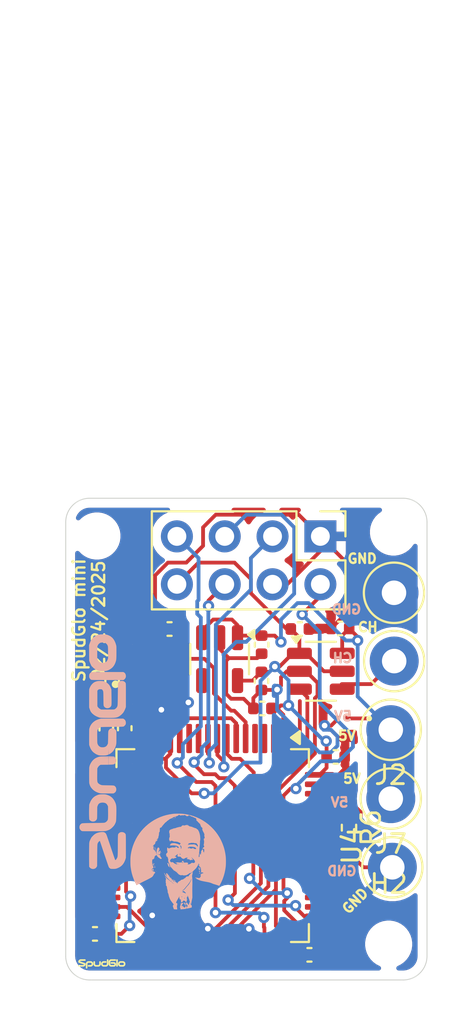
<source format=kicad_pcb>
(kicad_pcb (version 20240108) (generator "pcbnew") (generator_version "8.0")
  (layers (0 "F.Cu" signal) (31 "B.Cu" signal) (34 "B.Paste" user) (35 "F.Paste" user) (36 "B.SilkS" user "B.Silkscreen") (37 "F.SilkS" user "F.Silkscreen") (38 "B.Mask" user) (39 "F.Mask" user) (44 "Edge.Cuts" user))
  (net 0 "")
  (net 1 "GND")
  (net 2 "/OSC48_LO")
  (net 3 "/OSC48_HI")
  (net 5 "+3V3")
  (net 6 "NRST")
  (net 7 "/BOOT0")
  (net 8 "/SWCLK")
  (net 9 "/SWDIO")
  (net 11 "XR_TX")
  (net 13 "+5V")
  (net 15 "TIM1_CH1_SHIFT")
  (net 16 "TIM1_CH1")
  (net 54 "XR_RX")
  (footprint "Capacitor_SMD:C_0402_1005Metric" (layer "F.Cu") (at 204.7 63.99)
    (property "Reference" "C15" (hide yes))
    (property "Value" "0.1u")
  )
  (footprint "Capacitor_SMD:C_0402_1005Metric" (layer "F.Cu") (at 195.88 57.21 180)
    (property "Reference" "C23" (hide yes))
    (property "Value" "6p")
  )
  (footprint "Connector_Pin:Pin_D1.3mm_L11.0mm" (layer "F.Cu") (at 207.63 62.55)
    (property "Reference" "J2")
    (property "Value" "Conn_01x01_Male" (hide yes))
  )
  (footprint "Capacitor_SMD:C_0402_1005Metric" (layer "F.Cu") (at 191.92 73.37 180)
    (property "Reference" "C14" (hide yes))
    (property "Value" "0.1u")
  )
  (footprint "Capacitor_SMD:C_0402_1005Metric" (layer "F.Cu") (at 203.31 74.48 180)
    (property "Reference" "C11" (hide yes))
    (property "Value" "0.1u")
  )
  (footprint "Capacitor_SMD:C_0402_1005Metric" (layer "F.Cu") (at 193.5 62.47 90)
    (property "Reference" "C16" (hide yes))
    (property "Value" "0.1u")
  )
  (footprint "Capacitor_SMD:C_0402_1005Metric" (layer "F.Cu") (at 192.52 62.48 90)
    (property "Reference" "C17" (hide yes))
    (property "Value" "4.7u")
  )
  (footprint "Connector_Pin:Pin_D1.3mm_L11.0mm" (layer "F.Cu") (at 207.71 69.84)
    (property "Reference" "J1" (hide yes))
    (property "Value" "Conn_01x01_Male" (hide yes))
  )
  (footprint "Capacitor_SMD:C_0402_1005Metric" (layer "F.Cu") (at 200.81 61.42 180)
    (property "Reference" "C12" (hide yes))
    (property "Value" "0.1u")
  )
  (footprint "Package_QFP:LQFP-64_10x10mm_P0.5mm" (layer "F.Cu") (at 198.17 68.69 -90)
    (property "Reference" "U4")
    (property "Value" "STM32L431RCTx")
  )
  (footprint "Connector_Pin:Pin_D1.3mm_L11.0mm" (layer "F.Cu") (at 207.81 58.91)
    (property "Reference" "J4" (hide yes))
    (property "Value" "Conn_01x01_Male" (hide yes))
  )
  (footprint "Capacitor_SMD:C_0402_1005Metric" (layer "F.Cu") (at 191.95 64.02 180)
    (property "Reference" "C13" (hide yes))
    (property "Value" "0.1u")
  )
  (footprint "Capacitor_SMD:C_0402_1005Metric" (layer "F.Cu") (at 200.76 59.96 -90)
    (property "Reference" "C10" (hide yes))
    (property "Value" "1u")
  )
  (footprint "Connector_Pin:Pin_D1.3mm_L11.0mm" (layer "F.Cu") (at 207.63 66.2)
    (property "Reference" "J7")
    (property "Value" "Conn_01x01_Male" (hide yes))
  )
  (footprint "MountingHole:MountingHole_2mm" (layer "F.Cu") (at 207.772 52.07)
    (property "Reference" "H1" (hide yes))
    (property "Value" "MountingHole" (hide yes))
  )
  (footprint "Capacitor_SMD:C_0402_1005Metric" (layer "F.Cu") (at 202.8 57.21)
    (property "Reference" "C24" (hide yes))
    (property "Value" "0.1u")
  )
  (footprint "Connector_Pin:Pin_D1.3mm_L11.0mm" (layer "F.Cu") (at 207.8 55.29)
    (property "Reference" "J5" (hide yes))
    (property "Value" "Conn_01x01_Male" (hide yes))
  )
  (footprint "srw_custom:PESD5V0C1BSFYL_NEX" (layer "F.Cu") (at 205.0468 61.95 180)
    (property "Reference" "CR2" (hide yes))
    (property "Value" "PESD5V0C1BSFYL" (hide yes))
  )
  (footprint "MountingHole:MountingHole_2mm" (layer "F.Cu") (at 192.024 52.28)
    (property "Reference" "H3" (hide yes))
    (property "Value" "MountingHole")
  )
  (footprint "Capacitor_SMD:C_0402_1005Metric" (layer "F.Cu") (at 200.77 58.04 -90)
    (property "Reference" "C9" (hide yes))
    (property "Value" "1u")
  )
  (footprint "Connector_PinHeader_2.54mm:PinHeader_2x04_P2.54mm_Vertical" (layer "F.Cu") (at 203.89 52.3 -90)
    (property "Reference" "J3" (hide yes))
    (property "Value" "Conn_01x08_Male" (hide yes))
  )
  (footprint "srw_custom:XTAL_ECS-480-8-36-RWN-TR" (layer "F.Cu") (at 195.06 59.44)
    (property "Reference" "U5" (hide yes))
    (property "Value" "ECS-480-8-36-RWN-TR")
  )
  (footprint "Resistor_SMD:R_0402_1005Metric" (layer "F.Cu") (at 205.41 67.74 -90)
    (property "Reference" "R6")
    (property "Value" "10k")
  )
  (footprint "Package_TO_SOT_SMD:SOT-23-5" (layer "F.Cu") (at 198.540001 58.8075 -90)
    (property "Reference" "U3" (hide yes))
    (property "Value" "LP5907MFX-3.3")
  )
  (footprint "Capacitor_SMD:C_0402_1005Metric" (layer "F.Cu") (at 204.94 57.18 180)
    (property "Reference" "C25" (hide yes))
    (property "Value" "0.1u")
  )
  (footprint "Capacitor_SMD:C_0402_1005Metric" (layer "F.Cu") (at 192.83 59.92 90)
    (property "Reference" "C20" (hide yes))
    (property "Value" "6p")
  )
  (footprint "Package_TO_SOT_SMD:SOT-23-6" (layer "F.Cu") (at 203.9125 59.45)
    (property "Reference" "U7" (hide yes))
    (property "Value" "SN74LVC1T45DBV")
  )
  (footprint "LOGO" (layer "F.Cu") (at 192.278 74.93)
    (property "Reference" "G***" (hide yes))
    (property "Value" "LOGO" (hide yes))
  )
  (footprint "MountingHole:MountingHole_2mm" (layer "F.Cu") (at 207.518 73.914)
    (property "Reference" "H2")
    (property "Value" "MountingHole" (hide yes))
  )
  (footprint "LOGO" (layer "B.Cu") (at 192.49 63.78 90)
    (property "Reference" "G***" (hide yes))
    (property "Value" "LOGO" (hide yes))
  )
  (footprint "LOGO" (layer "B.Cu") (at 196.34 69.53 180)
    (property "Reference" "G***" (hide yes))
    (property "Value" "LOGO" (hide yes))
  )
  (gr_line (start 208.279242 50.278515) (end 191.629242 50.278515) (stroke (width 0.05)) (layer "Edge.Cuts"))
  (gr_arc (start 208.28359 50.278541) (mid 209.179379 50.64825) (end 209.553616 51.542157) (stroke (width 0.05)) (layer "Edge.Cuts"))
  (gr_arc (start 190.365626 51.548541) (mid 190.735335 50.652752) (end 191.629242 50.278515) (stroke (width 0.05)) (layer "Edge.Cuts"))
  (gr_arc (start 209.553616 74.542157) (mid 209.184833 75.438858) (end 208.29 75.812157) (stroke (width 0.05)) (layer "Edge.Cuts"))
  (gr_line (start 191.635626 75.812157) (end 208.29 75.812157) (stroke (width 0.05)) (layer "Edge.Cuts"))
  (gr_line (start 190.365626 74.548541) (end 190.365626 51.548541) (stroke (width 0.05)) (layer "Edge.Cuts"))
  (gr_arc (start 191.635626 75.812157) (mid 190.738923 75.443375) (end 190.365626 74.548541) (stroke (width 0.05)) (layer "Edge.Cuts"))
  (gr_line (start 209.553616 74.542157) (end 209.553616 51.542157) (stroke (width 0.05)) (layer "Edge.Cuts"))
  (gr_text "GND" (at 205.28 56.17 0) (layer "B.SilkS") (effects (font (size 0.5 0.5) (thickness 0.125)) (justify mirror)))
  (gr_text "5V" (at 205.09 61.83 0) (layer "B.SilkS") (effects (font (size 0.5 0.5) (thickness 0.125)) (justify mirror)))
  (gr_text "CH" (at 205.07 58.75 0) (layer "B.SilkS") (effects (font (size 0.5 0.5) (thickness 0.125)) (justify mirror)))
  (gr_text "GND" (at 205.03 70.04 0) (layer "B.SilkS") (effects (font (size 0.5 0.5) (thickness 0.125)) (justify mirror)))
  (gr_text "5V" (at 204.91 66.4 0) (layer "B.SilkS") (effects (font (size 0.5 0.5) (thickness 0.125)) (justify mirror)))
  (gr_text "5V" (at 205.3 62.86 0) (layer "F.SilkS") (effects (font (size 0.5 0.5) (thickness 0.125))))
  (gr_text "CH" (at 206.41 57.11 0) (layer "F.SilkS") (effects (font (size 0.5 0.5) (thickness 0.125))))
  (gr_text "GND" (at 206.11 53.48 0) (layer "F.SilkS") (effects (font (size 0.5 0.5) (thickness 0.125))))
  (gr_text "5V" (at 205.57 65.14 0) (layer "F.SilkS") (effects (font (size 0.5 0.5) (thickness 0.125))))
  (gr_text "GND" (at 205.74 71.628 45) (layer "F.SilkS") (effects (font (size 0.5 0.5) (thickness 0.125))))
  (gr_text "SpudGlo mini\n02/24/2025" (at 191.59 56.75 90) (layer "F.SilkS") (effects (font (size 0.65 0.65) (thickness 0.125))))
  (segment (start 205.41 69.07) (end 206.18 69.84) (width 0.2) (layer "F.Cu") (net 1))
  (segment (start 206.03 66.911076) (end 205.778924 66.66) (width 0.2) (layer "F.Cu") (net 1))
  (segment (start 200.095937 73.098829) (end 199.444447 73.098829) (width 0.2) (layer "F.Cu") (net 1))
  (segment (start 192.22 60.05) (end 192.83 59.44) (width 0.2) (layer "F.Cu") (net 1))
  (segment (start 198.321903 73.090001) (end 199.860952 71.550952) (width 0.2) (layer "F.Cu") (net 1))
  (segment (start 197.912538 73.090001) (end 195.59 73.090001) (width 0.2) (layer "F.Cu") (net 1))
  (segment (start 196.12241 61.91) (end 193.58 61.91) (width 0.2) (layer "F.Cu") (net 1))
  (segment (start 191.42 73.35) (end 191.42 72.207589) (width 0.2) (layer "F.Cu") (net 1))
  (segment (start 197.912538 73.090001) (end 198.321903 73.090001) (width 0.2) (layer "F.Cu") (net 1))
  (segment (start 206.03 67.63) (end 206.03 66.911076) (width 0.2) (layer "F.Cu") (net 1))
  (segment (start 201.57 60.44) (end 201.59 60.42) (width 0.2) (layer "F.Cu") (net 1))
  (segment (start 204.115581 62.327737) (end 204.337844 62.55) (width 0.2) (layer "F.Cu") (net 1))
  (segment (start 191.921525 62) (end 192.52 62) (width 0.2) (layer "F.Cu") (net 1))
  (segment (start 195.4 57.6) (end 195.4 57.21) (width 0.2) (layer "F.Cu") (net 1))
  (segment (start 195.59 73.090001) (end 195.59 73.02) (width 0.2) (layer "F.Cu") (net 1))
  (segment (start 204.465863 62.327737) (end 204.8436 61.95) (width 0.2) (layer "F.Cu") (net 1))
  (segment (start 196.42 62.20759) (end 196.176205 61.963795) (width 0.2) (layer "F.Cu") (net 1))
  (segment (start 204.92 66.04) (end 204.92 65.70759) (width 0.2) (layer "F.Cu") (net 1))
  (segment (start 199.860952 71.550952) (end 200.660952 70.750952) (width 0.2) (layer "F.Cu") (net 1))
  (segment (start 196.42 63.015) (end 196.42 62.20759) (width 0.2) (layer "F.Cu") (net 1))
  (segment (start 194.21 58.79) (end 195.4 57.6) (width 0.2) (layer "F.Cu") (net 1))
  (segment (start 193.62 71.94) (end 192.495 71.94) (width 0.2) (layer "F.Cu") (net 1))
  (segment (start 202.775 59.45) (end 202.112501 59.45) (width 0.2) (layer "F.Cu") (net 1))
  (segment (start 206.35 55.29) (end 207.8 55.29) (width 0.2) (layer "F.Cu") (net 1))
  (segment (start 200.73 65.55) (end 200.73 65.548628) (width 0.2) (layer "F.Cu") (net 1))
  (segment (start 204.92 65.172411) (end 204.92 64.87) (width 0.2) (layer "F.Cu") (net 1))
  (segment (start 202.062409 73.2) (end 201.777589 73.2) (width 0.2) (layer "F.Cu") (net 1))
  (segment (start 199.026218 58.753733) (end 198.540001 58.267516) (width 0.2) (layer "F.Cu") (net 1))
  (segment (start 196.176205 61.963795) (end 196.12241 61.91) (width 0.2) (layer "F.Cu") (net 1))
  (segment (start 195.445001 61.49) (end 195.70241 61.49) (width 0.2) (layer "F.Cu") (net 1))
  (segment (start 198.89 60.648052) (end 198.89 58.889951) (width 0.2) (layer "F.Cu") (net 1))
  (segment (start 191.28 64.21) (end 191.47 64.02) (width 0.2) (layer "F.Cu") (net 1))
  (segment (start 191.230717 63.372101) (end 191.230717 62.690808) (width 0.2) (layer "F.Cu") (net 1))
  (segment (start 203.89 53.08) (end 202.13 54.84) (width 0.2) (layer "F.Cu") (net 1))
  (segment (start 201.8 60.21) (end 201.59 60.42) (width 0.2) (layer "F.Cu") (net 1))
  (segment (start 195.793654 53.69) (end 195.11 54.373654) (width 0.2) (layer "F.Cu") (net 1))
  (segment (start 203.599315 60.878737) (end 203.7375 60.740552) (width 0.2) (layer "F.Cu") (net 1))
  (segment (start 205.54 66.66) (end 204.92 66.04) (width 0.2) (layer "F.Cu") (net 1))
  (segment (start 203.7375 60.059448) (end 203.128052 59.45) (width 0.2) (layer "F.Cu") (net 1))
  (segment (start 202.51 63.758629) (end 202.799315 63.469314) (width 0.2) (layer "F.Cu") (net 1))
  (segment (start 200.76 60.44) (end 201.57 60.44) (width 0.2) (layer "F.Cu") (net 1))
  (segment (start 192.52 62) (end 192.22 61.7) (width 0.2) (layer "F.Cu") (net 1))
  (segment (start 203.599315 63.810685) (end 203.599315 60.878737) (width 0.2) (layer "F.Cu") (net 1))
  (segment (start 202.799315 63.469314) (end 202.799315 63.1) (width 0.2) (layer "F.Cu") (net 1))
  (segment (start 198.333655 51.15) (end 197.660001 51.823654) (width 0.2) (layer "F.Cu") (net 1))
  (segment (start 191.47 63.611384) (end 191.230717 63.372101) (width 0.2) (layer "F.Cu") (net 1))
  (segment (start 199.8175 60.9075) (end 199.149448 60.9075) (width 0.2) (layer "F.Cu") (net 1))
  (segment (start 201.8 60.19) (end 201.8 60.21) (width 0.2) (layer "F.Cu") (net 1))
  (segment (start 205.778924 66.66) (end 205.54 66.66) (width 0.2) (layer "F.Cu") (net 1))
  (segment (start 195.11 56.92) (end 195.4 57.21) (width 0.2) (layer "F.Cu") (net 1))
  (segment (start 192.495 65.44) (end 191.687589 65.44) (width 0.2) (layer "F.Cu") (net 1))
  (segment (start 195.59 73.02) (end 194.96 72.39) (width 0.2) (layer "F.Cu") (net 1))
  (segment (start 200.536267 58.753733) (end 200.77 58.52) (width 0.2) (layer "F.Cu") (net 1))
  (segment (start 205.18 64.61) (end 205.18 63.99) (width 0.2) (layer "F.Cu") (net 1))
  (segment (start 203.89 52.3) (end 203.89 53.08) (width 0.2) (layer "F.Cu") (net 1))
  (segment (start 202.13 54.84) (end 201.35 54.84) (width 0.2) (layer "F.Cu") (net 1))
  (segment (start 193.48 58.79) (end 192.83 59.44) (width 0.2) (layer "F.Cu") (net 1))
  (segment (start 200.33 61.42) (end 200.33 60.87) (width 0.2) (layer "F.Cu") (net 1))
  (segment (start 191.230717 62.690808) (end 191.921525 62) (width 0.2) (layer "F.Cu") (net 1))
  (segment (start 198.89 58.889951) (end 199.026218 58.753733) (width 0.2) (layer "F.Cu") (net 1))
  (segment (start 200.73 70.681904) (end 200.73 65.55) (width 0.2) (layer "F.Cu") (net 1))
  (segment (start 196.77 53.69) (end 195.793654 53.69) (width 0.2) (layer "F.Cu") (net 1))
  (segment (start 204.337844 62.55) (end 204.447844 62.55) (width 0.2) (layer "F.Cu") (net 1))
  (segment (start 191.687589 65.44) (end 191.28 65.032411) (width 0.2) (layer "F.Cu") (net 1))
  (segment (start 200.964315 65.314314) (end 202.51 63.768629) (width 0.2) (layer "F.Cu") (net 1))
  (segment (start 201.42 73.557589) (end 201.42 74.365) (width 0.2) (layer "F.Cu") (net 1))
  (segment (start 191.28 65.032411) (end 191.28 64.21) (width 0.2) (layer "F.Cu") (net 1))
  (segment (start 201.527494 71.015782) (end 201.53 71.013276) (width 0.2) (layer "F.Cu") (net 1))
  (segment (start 201.8 59.762501) (end 201.8 60.19) (width 0.2) (layer "F.Cu") (net 1))
  (segment (start 204.92 64.87) (end 205.18 64.61) (width 0.2) (layer "F.Cu") (net 1))
  (segment (start 206.18 69.84) (end 207.71 69.84) (width 0.2) (layer "F.Cu") (net 1))
  (segment (start 201.53 71.013276) (end 201.53 65.88) (width 0.2) (layer "F.Cu") (net 1))
  (segment (start 200.33 61.42) (end 199.8175 60.9075) (width 0.2) (layer "F.Cu") (net 1))
  (segment (start 202.83 74.48) (end 202.83 73.967591) (width 0.2) (layer "F.Cu") (net 1))
  (segment (start 191.42 72.207589) (end 191.687589 71.94) (width 0.2) (layer "F.Cu") (net 1))
  (segment (start 195.11 54.373654) (end 195.11 56.92) (width 0.2) (layer "F.Cu") (net 1))
  (segment (start 205.41 68.25) (end 206.03 67.63) (width 0.2) (layer "F.Cu") (net 1))
  (segment (start 200.33 60.87) (end 200.76 60.44) (width 0.2) (layer "F.Cu") (net 1))
  (segment (start 199.444447 73.098829) (end 199.301638 73.241638) (width 0.2) (layer "F.Cu") (net 1))
  (segment (start 200.660952 70.750952) (end 200.73 70.681904) (width 0.2) (layer "F.Cu") (net 1))
  (segment (start 206.35 54.76) (end 203.89 52.3) (width 0.2) (layer "F.Cu") (net 1))
  (segment (start 202.74 51.15) (end 198.333655 51.15) (width 0.2) (layer "F.Cu") (net 1))
  (segment (start 201.527494 72.949905) (end 201.527494 71.015782) (width 0.2) (layer "F.Cu") (net 1))
  (segment (start 204.46 57.18) (end 206.35 55.29) (width 0.2) (layer "F.Cu") (net 1))
  (segment (start 202.83 73.967591) (end 202.062409 73.2) (width 0.2) (layer "F.Cu") (net 1))
  (segment (start 206.35 55.29) (end 206.35 54.76) (width 0.2) (layer "F.Cu") (net 1))
  (segment (start 194.770001 73.090001) (end 193.62 71.94) (width 0.2) (layer "F.Cu") (net 1))
  (segment (start 198.540001 58.267516) (end 198.540001 57.67) (width 0.2) (layer "F.Cu") (net 1))
  (segment (start 191.47 63.611384) (end 191.47 64.02) (width 0.2) (layer "F.Cu") (net 1))
  (segment (start 201.777589 73.2) (end 201.527494 72.949905) (width 0.2) (layer "F.Cu") (net 1))
  (segment (start 197.660001 52.799999) (end 196.77 53.69) (width 0.2) (layer "F.Cu") (net 1))
  (segment (start 201.777589 73.2) (end 201.42 73.557589) (width 0.2) (layer "F.Cu") (net 1))
  (segment (start 205.41 68.25) (end 205.41 69.07) (width 0.2) (layer "F.Cu") (net 1))
  (segment (start 195.59 73.090001) (end 194.770001 73.090001) (width 0.2) (layer "F.Cu") (net 1))
  (segment (start 192.52 62) (end 193.49 62) (width 0.2) (layer "F.Cu") (net 1))
  (segment (start 204.652411 65.44) (end 204.92 65.172411) (width 0.2) (layer "F.Cu") (net 1))
  (segment (start 196.879265 61.059265) (end 195.91 60.09) (width 0.2) (layer "F.Cu") (net 1))
  (segment (start 202.799315 63.1) (end 202.799315 61.03) (width 0.2) (layer "F.Cu") (net 1))
  (segment (start 203.7375 60.740552) (end 203.7375 60.059448) (width 0.2) (layer "F.Cu") (net 1))
  (segment (start 203.28 57.21) (end 204.43 57.21) (width 0.2) (layer "F.Cu") (net 1))
  (segment (start 204.447844 62.55) (end 205.18 63.282156) (width 0.2) (layer "F.Cu") (net 1))
  (segment (start 195.70241 61.49) (end 196.176205 61.963795) (width 0.2) (layer "F.Cu") (net 1))
  (segment (start 204.92 65.70759) (end 204.65241 65.44) (width 0.2) (layer "F.Cu") (net 1))
  (segment (start 199.026218 58.753733) (end 200.536267 58.753733) (width 0.2) (layer "F.Cu") (net 1))
  (segment (start 199.149448 60.9075) (end 198.89 60.648052) (width 0.2) (layer "F.Cu") (net 1))
  (segment (start 196.879265 61.100735) (end 196.879265 61.059265) (width 0.2) (layer "F.Cu") (net 1))
  (segment (start 197.660001 51.823654) (end 197.660001 52.799999) (width 0.2) (layer "F.Cu") (net 1))
  (segment (start 204.115581 62.327737) (end 204.465863 62.327737) (width 0.2) (layer "F.Cu") (net 1))
  (segment (start 203.89 52.3) (end 202.74 51.15) (width 0.2) (layer "F.Cu") (net 1))
  (segment (start 192.22 61.7) (end 192.22 60.05) (width 0.2) (layer "F.Cu") (net 1))
  (segment (start 194.21 58.79) (end 193.48 58.79) (width 0.2) (layer "F.Cu") (net 1))
  (segment (start 202.112501 59.45) (end 201.8 59.762501) (width 0.2) (layer "F.Cu") (net 1))
  (segment (start 202.51 63.768629) (end 202.51 63.758629) (width 0.2) (layer "F.Cu") (net 1))
  (segment (start 203.845 65.44) (end 204.652411 65.44) (width 0.2) (layer "F.Cu") (net 1))
  (segment (start 191.687589 71.94) (end 192.495 71.94) (width 0.2) (layer "F.Cu") (net 1))
  (segment (start 200.73 65.548628) (end 200.964315 65.314314) (width 0.2) (layer "F.Cu") (net 1))
  (segment (start 201.53 65.88) (end 203.599315 63.810685) (width 0.2) (layer "F.Cu") (net 1))
  (segment (start 204.65241 65.44) (end 203.845 65.44) (width 0.2) (layer "F.Cu") (net 1))
  (segment (start 199.301638 73.241638) (end 201.53 71.013276) (width 0.2) (layer "F.Cu") (net 1))
  (segment (start 205.18 63.282156) (end 205.18 63.99) (width 0.2) (layer "F.Cu") (net 1))
  (via (at 194.96 72.39) (size 0.6) (drill 0.3) (layers "F.Cu" "B.Cu") (net 1))
  (via (at 196.879265 61.100735) (size 0.6) (drill 0.3) (layers "F.Cu" "B.Cu") (net 1))
  (via (at 195.445001 61.49) (size 0.6) (drill 0.3) (layers "F.Cu" "B.Cu") (net 1))
  (via (at 200.095937 73.098829) (size 0.6) (drill 0.3) (layers "F.Cu" "B.Cu") (net 1))
  (via (at 204.115581 62.327737) (size 0.6) (drill 0.3) (layers "F.Cu" "B.Cu") (net 1))
  (via (at 197.912538 73.090001) (size 0.6) (drill 0.3) (layers "F.Cu" "B.Cu") (net 1))
  (via (at 201.59 60.42) (size 0.6) (drill 0.3) (layers "F.Cu" "B.Cu") (net 1))
  (segment (start 195.445001 64.31353) (end 194.96 64.798531) (width 0.2) (layer "B.Cu") (net 1))
  (segment (start 204.055001 62.55) (end 204.447844 62.55) (width 0.2) (layer "B.Cu") (net 1))
  (segment (start 197.921366 73.098829) (end 197.912538 73.090001) (width 0.2) (layer "B.Cu") (net 1))
  (segment (start 204.447844 62.55) (end 204.799315 62.901471) (width 0.2) (layer "B.Cu") (net 1))
  (segment (start 200.095937 73.098829) (end 197.921366 73.098829) (width 0.2) (layer "B.Cu") (net 1))
  (segment (start 201.59 61.499214) (end 201.59 60.42) (width 0.2) (layer "B.Cu") (net 1))
  (segment (start 204.799315 63.398529) (end 204.447844 63.75) (width 0.2) (layer "B.Cu") (net 1))
  (segment (start 204.115581 62.327737) (end 204.055001 62.388317) (width 0.2) (layer "B.Cu") (net 1))
  (segment (start 195.445001 61.49) (end 195.445001 64.31353) (width 0.2) (layer "B.Cu") (net 1))
  (segment (start 195.445001 61.49) (end 195.834266 61.100735) (width 0.2) (layer "B.Cu") (net 1))
  (segment (start 200.197108 73.2) (end 200.095937 73.098829) (width 0.2) (layer "B.Cu") (net 1))
  (segment (start 204.055001 62.388317) (end 204.055001 62.55) (width 0.2) (layer "B.Cu") (net 1))
  (segment (start 195.834266 61.100735) (end 196.879265 61.100735) (width 0.2) (layer "B.Cu") (net 1))
  (segment (start 204.799315 62.901471) (end 204.799315 63.398529) (width 0.2) (layer "B.Cu") (net 1))
  (segment (start 194.96 64.798531) (end 194.96 72.39) (width 0.2) (layer "B.Cu") (net 1))
  (segment (start 204.447844 63.75) (end 203.840786 63.75) (width 0.2) (layer "B.Cu") (net 1))
  (segment (start 203.840786 63.75) (end 201.59 61.499214) (width 0.2) (layer "B.Cu") (net 1))
  (segment (start 195.88 60.89) (end 195.01 60.89) (width 0.2) (layer "F.Cu") (net 2))
  (segment (start 193.14 60.09) (end 192.83 60.4) (width 0.2) (layer "F.Cu") (net 2))
  (segment (start 196.279265 61.349264) (end 196.279265 61.289265) (width 0.2) (layer "F.Cu") (net 2))
  (segment (start 196.279265 61.289265) (end 195.88 60.89) (width 0.2) (layer "F.Cu") (net 2))
  (segment (start 194.21 60.09) (end 193.14 60.09) (width 0.2) (layer "F.Cu") (net 2))
  (segment (start 199.419999 62.207589) (end 199.15241 61.94) (width 0.2) (layer "F.Cu") (net 2))
  (segment (start 196.870001 61.94) (end 196.279265 61.349264) (width 0.2) (layer "F.Cu") (net 2))
  (segment (start 199.15241 61.94) (end 196.870001 61.94) (width 0.2) (layer "F.Cu") (net 2))
  (segment (start 199.419999 63.015) (end 199.419999 62.207589) (width 0.2) (layer "F.Cu") (net 2))
  (segment (start 195.01 60.89) (end 194.21 60.09) (width 0.2) (layer "F.Cu") (net 2))
  (segment (start 199.92 63.015) (end 199.92 62.141904) (width 0.2) (layer "F.Cu") (net 3))
  (segment (start 197.738054 58.79) (end 195.91 58.79) (width 0.2) (layer "F.Cu") (net 3))
  (segment (start 198.235488 59.287434) (end 197.738054 58.79) (width 0.2) (layer "F.Cu") (net 3))
  (segment (start 195.91 57.66) (end 196.36 57.21) (width 0.2) (layer "F.Cu") (net 3))
  (segment (start 198.235488 60.625488) (end 198.235488 59.287434) (width 0.2) (layer "F.Cu") (net 3))
  (segment (start 199.15 61.54) (end 198.235488 60.625488) (width 0.2) (layer "F.Cu") (net 3))
  (segment (start 199.92 62.141904) (end 199.318096 61.54) (width 0.2) (layer "F.Cu") (net 3))
  (segment (start 195.91 58.79) (end 195.91 57.66) (width 0.2) (layer "F.Cu") (net 3))
  (segment (start 199.318096 61.54) (end 199.15 61.54) (width 0.2) (layer "F.Cu") (net 3))
  (segment (start 193.57 66.20759) (end 193.30241 65.94) (width 0.2) (layer "F.Cu") (net 5))
  (segment (start 193.57 71.130211) (end 193.57 66.20759) (width 0.2) (layer "F.Cu") (net 5))
  (segment (start 192.4 72.534999) (end 192.495 72.439999) (width 0.2) (layer "F.Cu") (net 5))
  (segment (start 193.62 64.757591) (end 193.62 65.72241) (width 0.2) (layer "F.Cu") (net 5))
  (segment (start 202.421948 58.5) (end 201.721948 59.2) (width 0.2) (layer "F.Cu") (net 5))
  (segment (start 200.2 54.56) (end 200.2 55.316346) (width 0.2) (layer "F.Cu") (net 5))
  (segment (start 193.5 62.95) (end 192.53 62.95) (width 0.2) (layer "F.Cu") (net 5))
  (segment (start 201.919999 63.015) (end 201.919999 61.749999) (width 0.2) (layer "F.Cu") (net 5))
  (segment (start 193.5 62.95) (end 193.5 63.402409) (width 0.2) (layer "F.Cu") (net 5))
  (segment (start 199.33 53.69) (end 200.2 54.56) (width 0.2) (layer "F.Cu") (net 5))
  (segment (start 204.078052 59.45) (end 203.128052 58.5) (width 0.2) (layer "F.Cu") (net 5))
  (segment (start 196.27 54.84) (end 197.42 53.69) (width 0.2) (layer "F.Cu") (net 5))
  (segment (start 201.79 61.26) (end 201.61 61.44) (width 0.2) (layer "F.Cu") (net 5))
  (segment (start 204.22 63.99) (end 204.22 64.565001) (width 0.2) (layer "F.Cu") (net 5))
  (segment (start 192.882409 64.02) (end 193.62 64.757591) (width 0.2) (layer "F.Cu") (net 5))
  (segment (start 200.2 55.316346) (end 202.093654 57.21) (width 0.2) (layer "F.Cu") (net 5))
  (segment (start 192.43 64.02) (end 192.882409 64.02) (width 0.2) (layer "F.Cu") (net 5))
  (segment (start 204.22 63.170685) (end 204.22 63.99) (width 0.2) (layer "F.Cu") (net 5))
  (segment (start 199.49 59.945) (end 200.295 59.945) (width 0.2) (layer "F.Cu") (net 5))
  (segment (start 202.199315 61.26) (end 201.79 61.26) (width 0.2) (layer "F.Cu") (net 5))
  (segment (start 193.62 65.72241) (end 193.40241 65.94) (width 0.2) (layer "F.Cu") (net 5))
  (segment (start 193.811002 71.371213) (end 193.57 71.130211) (width 0.2) (layer "F.Cu") (net 5))
  (segment (start 205.05 59.45) (end 204.078052 59.45) (width 0.2) (layer "F.Cu") (net 5))
  (segment (start 202.775 57.665) (end 202.32 57.21) (width 0.2) (layer "F.Cu") (net 5))
  (segment (start 194.187591 64.09) (end 195.65241 64.09) (width 0.2) (layer "F.Cu") (net 5))
  (segment (start 193.32 73.37) (end 192.4 73.37) (width 0.2) (layer "F.Cu") (net 5))
  (segment (start 193.30241 65.94) (end 192.495 65.94) (width 0.2) (layer "F.Cu") (net 5))
  (segment (start 201.919999 61.749999) (end 201.61 61.44) (width 0.2) (layer "F.Cu") (net 5))
  (segment (start 200.295 59.945) (end 200.76 59.48) (width 0.2) (layer "F.Cu") (net 5))
  (segment (start 193.5 63.402409) (end 194.187591 64.09) (width 0.2) (layer "F.Cu") (net 5))
  (segment (start 195.65241 64.09) (end 195.92 63.82241) (width 0.2) (layer "F.Cu") (net 5))
  (segment (start 202.775 58.5) (end 202.775 57.665) (width 0.2) (layer "F.Cu") (net 5))
  (segment (start 195.92 63.82241) (end 195.92 63.015) (width 0.2) (layer "F.Cu") (net 5))
  (segment (start 192.4 73.37) (end 192.4 72.534999) (width 0.2) (layer "F.Cu") (net 5))
  (segment (start 202.093654 57.21) (end 202.32 57.21) (width 0.2) (layer "F.Cu") (net 5))
  (segment (start 195.92 63.831471) (end 195.92 63.015) (width 0.2) (layer "F.Cu") (net 5))
  (segment (start 197.719732 65.92) (end 197.051471 65.92) (width 0.2) (layer "F.Cu") (net 5))
  (segment (start 201.721948 59.2) (end 201.47 59.2) (width 0.2) (layer "F.Cu") (net 5))
  (segment (start 197.42 53.69) (end 199.33 53.69) (width 0.2) (layer "F.Cu") (net 5))
  (segment (start 201.19 59.48) (end 200.76 59.48) (width 0.2) (layer "F.Cu") (net 5))
  (segment (start 193.760735 72.929265) (end 193.32 73.37) (width 0.2) (layer "F.Cu") (net 5))
  (segment (start 197.051471 65.92) (end 195.69 64.558529) (width 0.2) (layer "F.Cu") (net 5))
  (segment (start 204.199315 63.15) (end 204.22 63.170685) (width 0.2) (layer "F.Cu") (net 5))
  (segment (start 195.69 64.558529) (end 195.69 64.061471) (width 0.2) (layer "F.Cu") (net 5))
  (segment (start 204.22 64.565001) (end 203.845 64.940001) (width 0.2) (layer "F.Cu") (net 5))
  (segment (start 193.40241 65.94) (end 192.495 65.94) (width 0.2) (layer "F.Cu") (net 5))
  (segment (start 201.47 59.2) (end 201.19 59.48) (width 0.2) (layer "F.Cu") (net 5))
  (segment (start 192.43 64.02) (end 192.43 63.05) (width 0.2) (layer "F.Cu") (net 5))
  (segment (start 195.69 64.061471) (end 195.92 63.831471) (width 0.2) (layer "F.Cu") (net 5))
  (via (at 202.199315 61.26) (size 0.6) (drill 0.3) (layers "F.Cu" "B.Cu") (net 5))
  (via (at 204.199315 63.15) (size 0.6) (drill 0.3) (layers "F.Cu" "B.Cu") (net 5))
  (via (at 197.719732 65.92) (size 0.6) (drill 0.3) (layers "F.Cu" "B.Cu") (net 5))
  (via (at 201.47 59.2) (size 0.6) (drill 0.3) (layers "F.Cu" "B.Cu") (net 5))
  (via (at 193.811002 71.371213) (size 0.6) (drill 0.3) (layers "F.Cu" "B.Cu") (net 5))
  (via (at 193.760735 72.929265) (size 0.6) (drill 0.3) (layers "F.Cu" "B.Cu") (net 5))
  (segment (start 198.20559 65.92) (end 197.719732 65.92) (width 0.2) (layer "B.Cu") (net 5))
  (segment (start 202.199315 61.26) (end 202.199315 59.929315) (width 0.2) (layer "B.Cu") (net 5))
  (segment (start 200.71 64.29) (end 199.83559 64.29) (width 0.2) (layer "B.Cu") (net 5))
  (segment (start 202.199315 59.929315) (end 201.47 59.2) (width 0.2) (layer "B.Cu") (net 5))
  (segment (start 193.760735 71.42148) (end 193.760735 72.929265) (width 0.2) (layer "B.Cu") (net 5))
  (segment (start 199.83559 64.29) (end 198.20559 65.92) (width 0.2) (layer "B.Cu") (net 5))
  (segment (start 201.47 59.2) (end 200.71 59.96) (width 0.2) (layer "B.Cu") (net 5))
  (segment (start 193.811002 71.371213) (end 193.760735 71.42148) (width 0.2) (layer "B.Cu") (net 5))
  (segment (start 200.71 59.96) (end 200.71 64.29) (width 0.2) (layer "B.Cu") (net 5))
  (segment (start 204.089315 63.15) (end 202.199315 61.26) (width 0.2) (layer "B.Cu") (net 5))
  (segment (start 204.199315 63.15) (end 204.089315 63.15) (width 0.2) (layer "B.Cu") (net 5))
  (segment (start 201.97 72.121232) (end 203.79 73.941232) (width 0.2) (layer "F.Cu") (net 6))
  (segment (start 199.187589 64.09) (end 199.63 64.09) (width 0.2) (layer "F.Cu") (net 6))
  (segment (start 200.33 70.226687) (end 200.13 70.426687) (width 0.2) (layer "F.Cu") (net 6))
  (segment (start 201.93 66.045686) (end 202.307189 65.668497) (width 0.2) (layer "F.Cu") (net 6))
  (segment (start 202.920791 56.435987) (end 203.89 55.466778) (width 0.2) (layer "F.Cu") (net 6))
  (segment (start 198.92 63.015) (end 198.92 63.822411) (width 0.2) (layer "F.Cu") (net 6))
  (segment (start 200.33 65.382943) (end 200.33 70.226687) (width 0.2) (layer "F.Cu") (net 6))
  (segment (start 201.97 71.624174) (end 201.97 72.121232) (width 0.2) (layer "F.Cu") (net 6))
  (segment (start 200.35 65.362943) (end 200.33 65.382943) (width 0.2) (layer "F.Cu") (net 6))
  (segment (start 198.92 63.822411) (end 199.187589 64.09) (width 0.2) (layer "F.Cu") (net 6))
  (segment (start 201.93 71.008731) (end 201.93 66.045686) (width 0.2) (layer "F.Cu") (net 6))
  (segment (start 200.35 64.81) (end 200.35 65.362943) (width 0.2) (layer "F.Cu") (net 6))
  (segment (start 199.63 64.09) (end 200.35 64.81) (width 0.2) (layer "F.Cu") (net 6))
  (segment (start 202.127494 71.206225) (end 202.127494 71.46668) (width 0.2) (layer "F.Cu") (net 6))
  (segment (start 202.307189 65.668497) (end 202.590031 65.668497) (width 0.2) (layer "F.Cu") (net 6))
  (segment (start 203.79 73.941232) (end 203.79 74.48) (width 0.2) (layer "F.Cu") (net 6))
  (segment (start 202.127494 71.46668) (end 201.97 71.624174) (width 0.2) (layer "F.Cu") (net 6))
  (segment (start 202.127494 71.206225) (end 201.93 71.008731) (width 0.2) (layer "F.Cu") (net 6))
  (via (at 202.590031 65.668497) (size 0.6) (drill 0.3) (layers "F.Cu" "B.Cu") (net 6))
  (via (at 202.920791 56.435987) (size 0.6) (drill 0.3) (layers "F.Cu" "B.Cu") (net 6))
  (via (at 200.13 70.426687) (size 0.6) (drill 0.3) (layers "F.Cu" "B.Cu") (net 6))
  (via (at 202.127494 71.206225) (size 0.6) (drill 0.3) (layers "F.Cu" "B.Cu") (net 6))
  (segment (start 203.854711 61.116182) (end 205.62 62.881471) (width 0.2) (layer "B.Cu") (net 6))
  (segment (start 203.91 64.22) (end 202.590031 65.539969) (width 0.2) (layer "B.Cu") (net 6))
  (segment (start 202.127494 71.206225) (end 200.909538 71.206225) (width 0.2) (layer "B.Cu") (net 6))
  (segment (start 205.62 62.881471) (end 205.62 63.46) (width 0.2) (layer "B.Cu") (net 6))
  (segment (start 203.854711 57.369907) (end 203.854711 61.116182) (width 0.2) (layer "B.Cu") (net 6))
  (segment (start 202.920791 56.435987) (end 203.854711 57.369907) (width 0.2) (layer "B.Cu") (net 6))
  (segment (start 205.62 63.46) (end 204.86 64.22) (width 0.2) (layer "B.Cu") (net 6))
  (segment (start 204.86 64.22) (end 203.91 64.22) (width 0.2) (layer "B.Cu") (net 6))
  (segment (start 202.590031 65.539969) (end 202.590031 65.668497) (width 0.2) (layer "B.Cu") (net 6))
  (segment (start 200.909538 71.206225) (end 200.13 70.426687) (width 0.2) (layer "B.Cu") (net 6))
  (segment (start 205.12 66.94) (end 203.845 66.94) (width 0.2) (layer "F.Cu") (net 7))
  (segment (start 205.41 67.23) (end 205.12 66.94) (width 0.2) (layer "F.Cu") (net 7))
  (segment (start 197.95 55.7) (end 198.81 54.84) (width 0.2) (layer "F.Cu") (net 8))
  (segment (start 197.706891 64.906891) (end 197.188129 64.388129) (width 0.2) (layer "F.Cu") (net 8))
  (segment (start 198.944 65.114) (end 198.514532 65.114) (width 0.2) (layer "F.Cu") (net 8))
  (segment (start 197.188129 64.388129) (end 197.188129 64.269091) (width 0.2) (layer "F.Cu") (net 8))
  (segment (start 199.35 71.213374) (end 199.35 65.52) (width 0.2) (layer "F.Cu") (net 8))
  (segment (start 199.35 65.52) (end 198.944 65.114) (width 0.2) (layer "F.Cu") (net 8))
  (segment (start 197.95 55.99) (end 197.95 55.7) (width 0.2) (layer "F.Cu") (net 8))
  (segment (start 198.307423 64.906891) (end 197.706891 64.906891) (width 0.2) (layer "F.Cu") (net 8))
  (segment (start 202.57 71.97241) (end 203.037589 72.439999) (width 0.2) (layer "F.Cu") (net 8))
  (segment (start 202.57 71.872703) (end 202.57 71.97241) (width 0.2) (layer "F.Cu") (net 8))
  (segment (start 198.989866 71.573508) (end 199.35 71.213374) (width 0.2) (layer "F.Cu") (net 8))
  (segment (start 198.514532 65.114) (end 198.307423 64.906891) (width 0.2) (layer "F.Cu") (net 8))
  (segment (start 203.037589 72.439999) (end 203.845 72.439999) (width 0.2) (layer "F.Cu") (net 8))
  (via (at 197.95 55.99) (size 0.6) (drill 0.3) (layers "F.Cu" "B.Cu") (net 8))
  (via (at 198.989866 71.573508) (size 0.6) (drill 0.3) (layers "F.Cu" "B.Cu") (net 8))
  (via (at 197.188129 64.269091) (size 0.6) (drill 0.3) (layers "F.Cu" "B.Cu") (net 8))
  (via (at 202.57 71.872703) (size 0.6) (drill 0.3) (layers "F.Cu" "B.Cu") (net 8))
  (segment (start 197.390334 64.058362) (end 197.590334 63.858362) (width 0.2) (layer "B.Cu") (net 8))
  (segment (start 197.94 63.157375) (end 197.94 56) (width 0.2) (layer "B.Cu") (net 8))
  (segment (start 199.26 71.843642) (end 200.018474 71.843642) (width 0.2) (layer "B.Cu") (net 8))
  (segment (start 200.047535 71.872703) (end 202.57 71.872703) (width 0.2) (layer "B.Cu") (net 8))
  (segment (start 198.989866 71.573508) (end 199.26 71.843642) (width 0.2) (layer "B.Cu") (net 8))
  (segment (start 197.590334 63.507041) (end 197.94 63.157375) (width 0.2) (layer "B.Cu") (net 8))
  (segment (start 200.018474 71.843642) (end 200.047535 71.872703) (width 0.2) (layer "B.Cu") (net 8))
  (segment (start 197.590334 63.858362) (end 197.590334 63.507041) (width 0.2) (layer "B.Cu") (net 8))
  (segment (start 197.390334 64.066886) (end 197.390334 64.058362) (width 0.2) (layer "B.Cu") (net 8))
  (segment (start 197.188129 64.269091) (end 197.390334 64.066886) (width 0.2) (layer "B.Cu") (net 8))
  (segment (start 197.94 56) (end 197.95 55.99) (width 0.2) (layer "B.Cu") (net 8))
  (segment (start 197.3 65.32) (end 196.29 64.31) (width 0.2) (layer "F.Cu") (net 9))
  (segment (start 198.319732 65.519732) (end 198.12 65.32) (width 0.2) (layer "F.Cu") (net 9))
  (segment (start 200.92 73.041471) (end 200.92 74.365) (width 0.2) (layer "F.Cu") (net 9))
  (segment (start 200.890903 72.500903) (end 200.890903 73.012374) (width 0.2) (layer "F.Cu") (net 9))
  (segment (start 200.890903 73.012374) (end 200.92 73.041471) (width 0.2) (layer "F.Cu") (net 9))
  (segment (start 198.319732 72.243642) (end 198.319732 65.519732) (width 0.2) (layer "F.Cu") (net 9))
  (segment (start 198.12 65.32) (end 197.3 65.32) (width 0.2) (layer "F.Cu") (net 9))
  (via (at 196.29 64.31) (size 0.6) (drill 0.3) (layers "F.Cu" "B.Cu") (net 9))
  (via (at 198.319732 72.243642) (size 0.6) (drill 0.3) (layers "F.Cu" "B.Cu") (net 9))
  (via (at 200.890903 72.500903) (size 0.6) (drill 0.3) (layers "F.Cu" "B.Cu") (net 9))
  (segment (start 199.88185 72.272703) (end 199.852789 72.243642) (width 0.2) (layer "B.Cu") (net 9))
  (segment (start 197.35 56.41) (end 197.54 56.6) (width 0.2) (layer "B.Cu") (net 9))
  (segment (start 197.35 55.741471) (end 197.35 56.41) (width 0.2) (layer "B.Cu") (net 9))
  (segment (start 196.27 52.3) (end 197.42 53.45) (width 0.2) (layer "B.Cu") (net 9))
  (segment (start 197.42 53.45) (end 197.42 55.671471) (width 0.2) (layer "B.Cu") (net 9))
  (segment (start 196.588129 64.011871) (end 196.29 64.31) (width 0.2) (layer "B.Cu") (net 9))
  (segment (start 196.588129 63.321871) (end 196.588129 64.011871) (width 0.2) (layer "B.Cu") (net 9))
  (segment (start 197.42 55.671471) (end 197.35 55.741471) (width 0.2) (layer "B.Cu") (net 9))
  (segment (start 200.662703 72.272703) (end 199.88185 72.272703) (width 0.2) (layer "B.Cu") (net 9))
  (segment (start 197.54 56.6) (end 197.54 62.37) (width 0.2) (layer "B.Cu") (net 9))
  (segment (start 200.890903 72.500903) (end 200.662703 72.272703) (width 0.2) (layer "B.Cu") (net 9))
  (segment (start 199.852789 72.243642) (end 198.319732 72.243642) (width 0.2) (layer "B.Cu") (net 9))
  (segment (start 197.54 62.37) (end 196.588129 63.321871) (width 0.2) (layer "B.Cu") (net 9))
  (segment (start 198.763061 64.231158) (end 198.42 63.888097) (width 0.2) (layer "F.Cu") (net 11))
  (segment (start 198.763061 64.514) (end 198.763061 64.231158) (width 0.2) (layer "F.Cu") (net 11))
  (segment (start 198.42 63.888097) (end 198.42 63.015) (width 0.2) (layer "F.Cu") (net 11))
  (via (at 198.763061 64.514) (size 0.6) (drill 0.3) (layers "F.Cu" "B.Cu") (net 11))
  (segment (start 198.810001 52.3) (end 199.960001 51.15) (width 0.2) (layer "B.Cu") (net 11))
  (segment (start 199.960001 51.15) (end 201.826346 51.15) (width 0.2) (layer "B.Cu") (net 11))
  (segment (start 198.763061 58.593061) (end 198.763061 64.514) (width 0.2) (layer "B.Cu") (net 11))
  (segment (start 202.5 51.823654) (end 202.5 55.34) (width 0.2) (layer "B.Cu") (net 11))
  (segment (start 202.5 55.34) (end 199.95 57.89) (width 0.2) (layer "B.Cu") (net 11))
  (segment (start 199.95 57.89) (end 199.42 57.89) (width 0.2) (layer "B.Cu") (net 11))
  (segment (start 198.74 58.57) (end 198.763061 58.593061) (width 0.2) (layer "B.Cu") (net 11))
  (segment (start 201.826346 51.15) (end 202.5 51.823654) (width 0.2) (layer "B.Cu") (net 11))
  (segment (start 199.42 57.89) (end 198.74 58.57) (width 0.2) (layer "B.Cu") (net 11))
  (segment (start 199.49 57.67) (end 199.49 57.007501) (width 0.2) (layer "F.Cu") (net 13))
  (segment (start 205.87 57.63) (end 205.42 57.18) (width 0.2) (layer "F.Cu") (net 13))
  (segment (start 201.462921 57.56) (end 200.77 57.56) (width 0.2) (layer "F.Cu") (net 13))
  (segment (start 201.796045 57.893124) (end 201.462921 57.56) (width 0.2) (layer "F.Cu") (net 13))
  (segment (start 198.199449 56.7075) (end 197.590002 57.316947) (width 0.2) (layer "F.Cu") (net 13))
  (segment (start 205.25 61.95) (end 207.03 61.95) (width 0.2) (layer "F.Cu") (net 13))
  (segment (start 200.77 57.56) (end 199.6 57.56) (width 0.2) (layer "F.Cu") (net 13))
  (segment (start 205.87 57.82) (end 205.87 57.63) (width 0.2) (layer "F.Cu") (net 13))
  (segment (start 199.189999 56.7075) (end 198.199449 56.7075) (width 0.2) (layer "F.Cu") (net 13))
  (segment (start 199.49 57.007501) (end 199.189999 56.7075) (width 0.2) (layer "F.Cu") (net 13))
  (segment (start 207.63 62.55) (end 207.63 66.2) (width 2.5) (layer "F.Cu") (net 13))
  (segment (start 205.05 57.55) (end 205.42 57.18) (width 0.2) (layer "F.Cu") (net 13))
  (segment (start 205.05 58.5) (end 205.05 57.55) (width 0.2) (layer "F.Cu") (net 13))
  (via (at 201.796045 57.893124) (size 0.6) (drill 0.3) (layers "F.Cu" "B.Cu") (net 13))
  (via (at 205.87 57.82) (size 0.6) (drill 0.3) (layers "F.Cu" "B.Cu") (net 13))
  (segment (start 203.259641 55.835987) (end 205.243654 57.82) (width 0.2) (layer "B.Cu") (net 13))
  (segment (start 207.63 66.2) (end 207.63 62.55) (width 2.5) (layer "B.Cu") (net 13))
  (segment (start 201.796045 57.893124) (end 201.796045 56.712204) (width 0.2) (layer "B.Cu") (net 13))
  (segment (start 205.243654 57.82) (end 205.87 57.82) (width 0.2) (layer "B.Cu") (net 13))
  (segment (start 205.87 57.82) (end 205.87 60.79) (width 0.2) (layer "B.Cu") (net 13))
  (segment (start 201.796045 56.712204) (end 202.672262 55.835987) (width 0.2) (layer "B.Cu") (net 13))
  (segment (start 205.87 60.79) (end 207.63 62.55) (width 0.2) (layer "B.Cu") (net 13))
  (segment (start 202.672262 55.835987) (end 203.259641 55.835987) (width 0.2) (layer "B.Cu") (net 13))
  (segment (start 206.59 60.13) (end 207.81 58.91) (width 0.2) (layer "F.Cu") (net 15))
  (segment (start 205.025 60.13) (end 206.59 60.13) (width 0.2) (layer "F.Cu") (net 15))
  (segment (start 198.42 74.365) (end 198.42 73.55759) (width 0.2) (layer "F.Cu") (net 16))
  (segment (start 203.199315 60.82) (end 203.195 60.82) (width 0.2) (layer "F.Cu") (net 16))
  (segment (start 202.91 63.934314) (end 202.91 63.924315) (width 0.2) (layer "F.Cu") (net 16))
  (segment (start 203.195 60.82) (end 202.775 60.4) (width 0.2) (layer "F.Cu") (net 16))
  (segment (start 198.42 73.55759) (end 201.13 70.84759) (width 0.2) (layer "F.Cu") (net 16))
  (segment (start 202.91 63.924315) (end 203.199315 63.635) (width 0.2) (layer "F.Cu") (net 16))
  (segment (start 201.13 70.84759) (end 201.13 65.714314) (width 0.2) (layer "F.Cu") (net 16))
  (segment (start 201.13 65.714314) (end 202.91 63.934314) (width 0.2) (layer "F.Cu") (net 16))
  (segment (start 203.199315 63.635) (end 203.199315 60.82) (width 0.2) (layer "F.Cu") (net 16))
  (segment (start 197.990334 63.892744) (end 197.92 63.82241) (width 0.2) (layer "F.Cu") (net 54))
  (segment (start 197.92 63.82241) (end 197.92 63.015) (width 0.2) (layer "F.Cu") (net 54))
  (segment (start 197.990334 64.306891) (end 197.990334 63.892744) (width 0.2) (layer "F.Cu") (net 54))
  (via (at 197.990334 64.306891) (size 0.6) (drill 0.3) (layers "F.Cu" "B.Cu") (net 54))
  (segment (start 197.990334 63.672727) (end 197.990334 64.306891) (width 0.2) (layer "B.Cu") (net 54))
  (segment (start 200.2 55.12) (end 198.34 56.98) (width 0.2) (layer "B.Cu") (net 54))
  (segment (start 200.2 53.45) (end 200.2 55.12) (width 0.2) (layer "B.Cu") (net 54))
  (segment (start 198.363061 63.3) (end 197.990334 63.672727) (width 0.2) (layer "B.Cu") (net 54))
  (segment (start 198.34 63.276939) (end 198.363061 63.3) (width 0.2) (layer "B.Cu") (net 54))
  (segment (start 198.34 56.98) (end 198.34 63.276939) (width 0.2) (layer "B.Cu") (net 54))
  (segment (start 201.35 52.3) (end 200.2 53.45) (width 0.2) (layer "B.Cu") (net 54))
  (zone (net 1) (net_name "GND") (layers "F&B.Cu") (connect_pads (clearance 0.5)) (min_thickness 0.25) (fill yes (thermal_gap 0.5) (thermal_bridge_width 0.5))
    (polygon (pts (xy 188.65 47.52) (xy 211.71 47.52) (xy 211.71 77.65) (xy 211.21 78.15) (xy 188.72 78.15) (xy 188.22 77.65) (xy 188.22 47.95)))
  )
)
</source>
